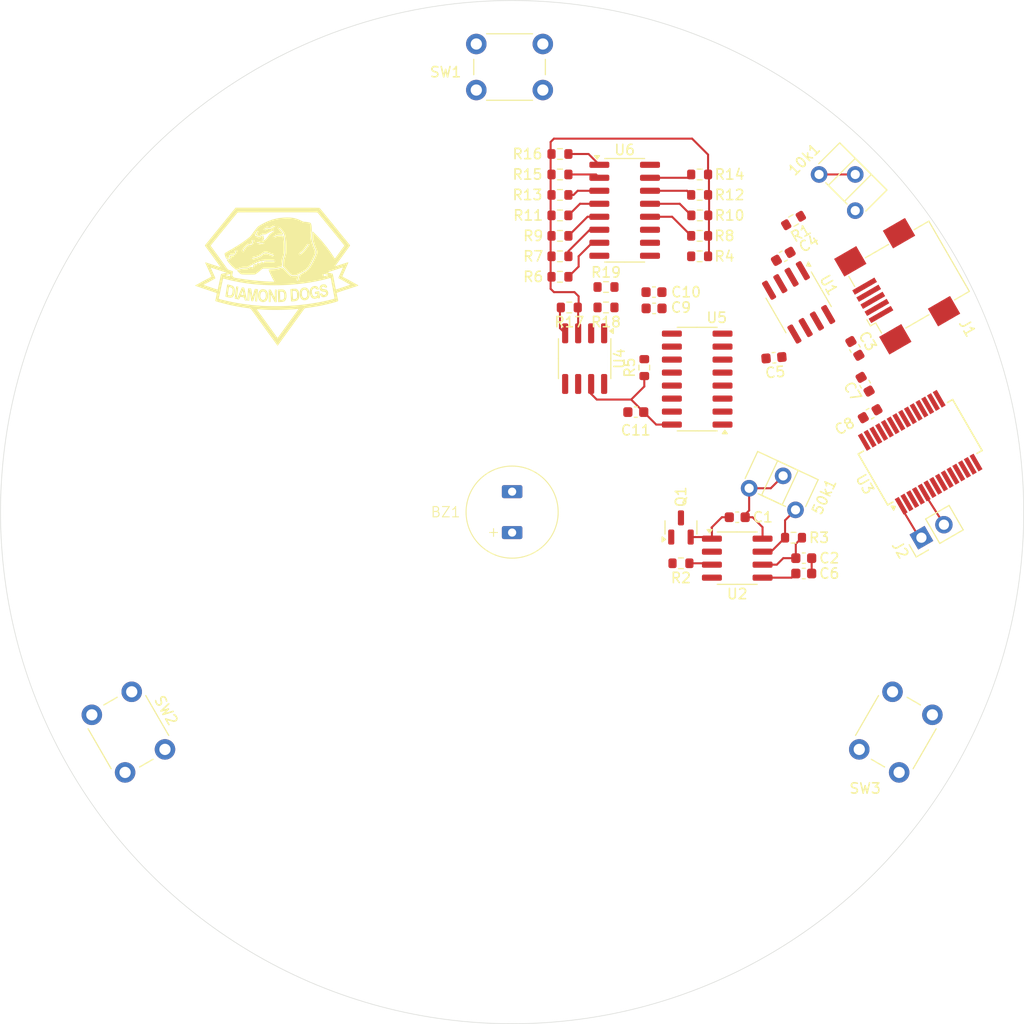
<source format=kicad_pcb>
(kicad_pcb (version 20241229) (generator "pcbnew") (generator_version "9.0")
  (layers (0 "F.Cu" signal) (4 "In1.Cu" signal) (6 "In2.Cu" signal) (2 "B.Cu" mixed) (13 "F.Paste" user) (15 "B.Paste" user) (5 "F.SilkS" user "F.Silkscreen") (7 "B.SilkS" user "B.Silkscreen") (1 "F.Mask" user) (3 "B.Mask" user) (25 "Edge.Cuts" user))
  (net 0 "")
  (net 1 "+5V")
  (net 2 "Net-(U1-DIS)")
  (net 3 "Net-(U2-DIS)")
  (net 4 "Net-(BZ1--)")
  (net 5 "GND")
  (net 6 "Net-(U2-THR)")
  (net 7 "Net-(U1-THR)")
  (net 8 "Net-(U1-CV)")
  (net 9 "Net-(U2-CV)")
  (net 10 "Net-(J1-D+)")
  (net 11 "Net-(J1-D-)")
  (net 12 "Net-(Q1-B)")
  (net 13 "Net-(U2-Q)")
  (net 14 "Net-(U4-+)")
  (net 15 "Net-(U6-Q0)")
  (net 16 "RESET")
  (net 17 "Net-(U6-Q1)")
  (net 18 "Net-(U6-Q2)")
  (net 19 "Net-(U6-Q8)")
  (net 20 "Net-(U6-Q3)")
  (net 21 "Net-(U6-Q7)")
  (net 22 "Net-(U6-Q6)")
  (net 23 "Net-(U6-Q9)")
  (net 24 "Net-(U6-Q4)")
  (net 25 "Net-(U6-Q10)")
  (net 26 "Net-(U6-Q5)")
  (net 27 "Net-(U6-Q11)")
  (net 28 "Net-(U4--)")
  (net 29 "CLOCK")
  (net 30 "Net-(SW1-B)")
  (net 31 "/alarm")
  (net 34 "Net-(J2-Pin_1)")
  (net 38 "Net-(J2-Pin_2)")
  (net 51 "Net-(U5-CLK)")
  (footprint "Capacitor_SMD:C_0603_1608Metric" (layer "F.Cu") (at 157.0875 95.225 180)
    (property "Reference" "C11" (at 0 -1.775 0) (layer "F.SilkS"))
    (property "Value" "100n")
    (pad "1" smd roundrect (at -0.775 0.000006 180) (size 0.9 0.95) (layers "F.Cu" "F.Mask" "F.Paste") (net 1 "+5V"))
    (pad "2" smd roundrect (at 0.775 -0.000006 180) (size 0.9 0.95) (layers "F.Cu" "F.Mask" "F.Paste") (net 5 "GND"))
  )
  (footprint "Resistor_SMD:R_0603_1608Metric" (layer "F.Cu") (at 149.675 70 180)
    (property "Reference" "R16" (at 3.175 0 180) (layer "F.SilkS"))
    (property "Value" "100k")
    (pad "1" smd roundrect (at -0.825 0 180) (size 0.8 0.95) (layers "F.Cu" "F.Mask" "F.Paste") (net 27 "Net-(U6-Q11)"))
    (pad "2" smd roundrect (at 0.825 0 180) (size 0.8 0.95) (layers "F.Cu" "F.Mask" "F.Paste") (net 14 "Net-(U4-+)"))
  )
  (footprint "Resistor_SMD:R_0603_1608Metric" (layer "F.Cu") (at 149.675 82 180)
    (property "Reference" "R6" (at 2.6125 0 180) (layer "F.SilkS"))
    (property "Value" "100k")
    (pad "1" smd roundrect (at -0.825 0 180) (size 0.8 0.95) (layers "F.Cu" "F.Mask" "F.Paste") (net 17 "Net-(U6-Q1)"))
    (pad "2" smd roundrect (at 0.825 0 180) (size 0.8 0.95) (layers "F.Cu" "F.Mask" "F.Paste") (net 14 "Net-(U4-+)"))
  )
  (footprint "Capacitor_SMD:C_0603_1608Metric" (layer "F.Cu") (at 170.590058 89.91344 -175)
    (property "Reference" "C5" (at 0.000002 -1.430004 5) (layer "F.SilkS"))
    (property "Value" "10n")
    (pad "1" smd roundrect (at -0.775005 -0.000005 185) (size 0.9 0.95) (layers "F.Cu" "F.Mask" "F.Paste") (net 8 "Net-(U1-CV)"))
    (pad "2" smd roundrect (at 0.775005 0.000005 185) (size 0.9 0.95) (layers "F.Cu" "F.Mask" "F.Paste") (net 5 "GND"))
  )
  (footprint "Package_SO:SOIC-16_3.9x9.9mm_P1.27mm" (layer "F.Cu") (at 163.0875 92 180)
    (property "Reference" "U5" (at -1.9125 6 0) (layer "F.SilkS"))
    (property "Value" "4040")
    (pad "1" smd roundrect (at -2.475 -4.445 180) (size 1.95 0.6) (layers "F.Cu" "F.Mask" "F.Paste") (net 31 "/alarm"))
    (pad "2" smd roundrect (at -2.475 -3.175 180) (size 1.95 0.6) (layers "F.Cu" "F.Mask" "F.Paste"))
    (pad "3" smd roundrect (at -2.475 -1.905 180) (size 1.95 0.6) (layers "F.Cu" "F.Mask" "F.Paste"))
    (pad "4" smd roundrect (at -2.475 -0.635 180) (size 1.95 0.6) (layers "F.Cu" "F.Mask" "F.Paste"))
    (pad "5" smd roundrect (at -2.475 0.635 180) (size 1.95 0.6) (layers "F.Cu" "F.Mask" "F.Paste"))
    (pad "6" smd roundrect (at -2.475 1.905 180) (size 1.95 0.6) (layers "F.Cu" "F.Mask" "F.Paste"))
    (pad "7" smd roundrect (at -2.475 3.175 180) (size 1.95 0.6) (layers "F.Cu" "F.Mask" "F.Paste"))
    (pad "8" smd roundrect (at -2.475 4.445 180) (size 1.95 0.6) (layers "F.Cu" "F.Mask" "F.Paste") (net 5 "GND"))
    (pad "9" smd roundrect (at 2.475 4.445 180) (size 1.95 0.6) (layers "F.Cu" "F.Mask" "F.Paste"))
    (pad "10" smd roundrect (at 2.475 3.175 180) (size 1.95 0.6) (layers "F.Cu" "F.Mask" "F.Paste") (net 51 "Net-(U5-CLK)"))
    (pad "11" smd roundrect (at 2.475 1.905 180) (size 1.95 0.6) (layers "F.Cu" "F.Mask" "F.Paste") (net 16 "RESET"))
    (pad "12" smd roundrect (at 2.475 0.635 180) (size 1.95 0.6) (layers "F.Cu" "F.Mask" "F.Paste"))
    (pad "13" smd roundrect (at 2.475 -0.635 180) (size 1.95 0.6) (layers "F.Cu" "F.Mask" "F.Paste"))
    (pad "14" smd roundrect (at 2.475 -1.905 180) (size 1.95 0.6) (layers "F.Cu" "F.Mask" "F.Paste"))
    (pad "15" smd roundrect (at 2.475 -3.175 180) (size 1.95 0.6) (layers "F.Cu" "F.Mask" "F.Paste"))
    (pad "16" smd roundrect (at 2.475 -4.445 180) (size 1.95 0.6) (layers "F.Cu" "F.Mask" "F.Paste") (net 1 "+5V"))
  )
  (footprint "Capacitor_SMD:C_0603_1608Metric" (layer "F.Cu") (at 158.8625 83.5 180)
    (property "Reference" "C10" (at -3.1375 0 180) (layer "F.SilkS"))
    (property "Value" "100n")
    (pad "1" smd roundrect (at -0.775 0 180) (size 0.9 0.95) (layers "F.Cu" "F.Mask" "F.Paste") (net 1 "+5V"))
    (pad "2" smd roundrect (at 0.775 0 180) (size 0.9 0.95) (layers "F.Cu" "F.Mask" "F.Paste") (net 5 "GND"))
  )
  (footprint "Resistor_SMD:R_0603_1608Metric" (layer "F.Cu") (at 163.325 74)
    (property "Reference" "R12" (at 2.926356 0 0) (layer "F.SilkS"))
    (property "Value" "100k")
    (pad "1" smd roundrect (at -0.825 0) (size 0.8 0.95) (layers "F.Cu" "F.Mask" "F.Paste") (net 23 "Net-(U6-Q9)"))
    (pad "2" smd roundrect (at 0.825 0) (size 0.8 0.95) (layers "F.Cu" "F.Mask" "F.Paste") (net 14 "Net-(U4-+)"))
  )
  (footprint "Button_Switch_THT:SW_PUSH_6mm_H9.5mm" (layer "F.Cu") (at 178.926443 128.189583 60)
    (property "Reference" "SW3" (at -3.013139 2.401923 0) (layer "F.SilkS"))
    (property "Value" "SW_SPST")
    (pad "1" thru_hole circle (at 0 0 150) (size 2 2) (drill 1.1) (layers "*.Cu" "*.Mask") (net 1 "+5V"))
    (pad "1" thru_hole circle (at 6.5 0 150) (size 2 2) (drill 1.1) (layers "*.Cu" "*.Mask") (net 1 "+5V"))
    (pad "2" thru_hole circle (at 0 4.5 150) (size 2 2) (drill 1.1) (layers "*.Cu" "*.Mask") (net 30 "Net-(SW1-B)"))
    (pad "2" thru_hole circle (at 6.5 4.5 150) (size 2 2) (drill 1.1) (layers "*.Cu" "*.Mask") (net 30 "Net-(SW1-B)"))
  )
  (footprint "Package_SO:SSOP-28_5.3x10.2mm_P0.65mm" (layer "F.Cu") (at 184.879527 99.149277 120)
    (property "Reference" "U3" (at 0 -6.25 120) (layer "F.SilkS"))
    (property "Value" "FT232RL")
    (pad "1" smd rect (at -3.599999 -4.225 120) (size 1.75 0.45) (layers "F.Cu" "F.Mask" "F.Paste") (net 34 "Net-(J2-Pin_1)"))
    (pad "2" smd rect (at -3.6 -3.575 120) (size 1.75 0.45) (layers "F.Cu" "F.Mask" "F.Paste"))
    (pad "3" smd rect (at -3.599999 -2.925 120) (size 1.75 0.45) (layers "F.Cu" "F.Mask" "F.Paste"))
    (pad "4" smd rect (at -3.6 -2.275 120) (size 1.75 0.45) (layers "F.Cu" "F.Mask" "F.Paste") (net 1 "+5V"))
    (pad "5" smd rect (at -3.599999 -1.625 120) (size 1.75 0.45) (layers "F.Cu" "F.Mask" "F.Paste") (net 38 "Net-(J2-Pin_2)"))
    (pad "6" smd rect (at -3.599999 -0.975 120) (size 1.75 0.45) (layers "F.Cu" "F.Mask" "F.Paste"))
    (pad "7" smd rect (at -3.599999 -0.325 120) (size 1.75 0.45) (layers "F.Cu" "F.Mask" "F.Paste") (net 5 "GND"))
    (pad "8" smd rect (at -3.599999 0.325 120) (size 1.75 0.45) (layers "F.Cu" "F.Mask" "F.Paste"))
    (pad "9" smd rect (at -3.599999 0.975 120) (size 1.75 0.45) (layers "F.Cu" "F.Mask" "F.Paste"))
    (pad "10" smd rect (at -3.599999 1.625 120) (size 1.75 0.45) (layers "F.Cu" "F.Mask" "F.Paste"))
    (pad "11" smd rect (at -3.6 2.275 120) (size 1.75 0.45) (layers "F.Cu" "F.Mask" "F.Paste"))
    (pad "12" smd rect (at -3.599999 2.925 120) (size 1.75 0.45) (layers "F.Cu" "F.Mask" "F.Paste"))
    (pad "13" smd rect (at -3.6 3.575 120) (size 1.75 0.45) (layers "F.Cu" "F.Mask" "F.Paste"))
    (pad "14" smd rect (at -3.6 4.224999 120) (size 1.75 0.45) (layers "F.Cu" "F.Mask" "F.Paste"))
    (pad "15" smd rect (at 3.599999 4.225 120) (size 1.75 0.45) (layers "F.Cu" "F.Mask" "F.Paste") (net 10 "Net-(J1-D+)"))
    (pad "16" smd rect (at 3.6 3.575 120) (size 1.75 0.45) (layers "F.Cu" "F.Mask" "F.Paste") (net 11 "Net-(J1-D-)"))
    (pad "17" smd rect (at 3.599999 2.925 120) (size 1.75 0.45) (layers "F.Cu" "F.Mask" "F.Paste"))
    (pad "18" smd rect (at 3.6 2.275 120) (size 1.75 0.45) (layers "F.Cu" "F.Mask" "F.Paste") (net 5 "GND"))
    (pad "19" smd rect (at 3.599999 1.625 120) (size 1.75 0.45) (layers "F.Cu" "F.Mask" "F.Paste"))
    (pad "20" smd rect (at 3.599999 0.975 120) (size 1.75 0.45) (layers "F.Cu" "F.Mask" "F.Paste") (net 1 "+5V"))
    (pad "21" smd rect (at 3.599999 0.325 120) (size 1.75 0.45) (layers "F.Cu" "F.Mask" "F.Paste") (net 5 "GND"))
    (pad "22" smd rect (at 3.599999 -0.325 120) (size 1.75 0.45) (layers "F.Cu" "F.Mask" "F.Paste"))
    (pad "23" smd rect (at 3.599999 -0.975 120) (size 1.75 0.45) (layers "F.Cu" "F.Mask" "F.Paste"))
    (pad "24" smd rect (at 3.599999 -1.625 120) (size 1.75 0.45) (layers "F.Cu" "F.Mask" "F.Paste"))
    (pad "25" smd rect (at 3.6 -2.275 120) (size 1.75 0.45) (layers "F.Cu" "F.Mask" "F.Paste") (net 5 "GND"))
    (pad "26" smd rect (at 3.599999 -2.925 120) (size 1.75 0.45) (layers "F.Cu" "F.Mask" "F.Paste") (net 5 "GND"))
    (pad "27" smd rect (at 3.6 -3.575 120) (size 1.75 0.45) (layers "F.Cu" "F.Mask" "F.Paste"))
    (pad "28" smd rect (at 3.6 -4.224999 120) (size 1.75 0.45) (layers "F.Cu" "F.Mask" "F.Paste"))
  )
  (footprint "Resistor_SMD:R_0603_1608Metric" (layer "F.Cu") (at 150.5875 85 180)
    (property "Reference" "R17" (at 0 -1.43 180) (layer "F.SilkS"))
    (property "Value" "100k")
    (pad "1" smd roundrect (at -0.825 0 180) (size 0.8 0.95) (layers "F.Cu" "F.Mask" "F.Paste") (net 14 "Net-(U4-+)"))
    (pad "2" smd roundrect (at 0.825 0 180) (size 0.8 0.95) (layers "F.Cu" "F.Mask" "F.Paste") (net 5 "GND"))
  )
  (footprint "Resistor_SMD:R_0603_1608Metric" (layer "F.Cu") (at 149.675 80 180)
    (property "Reference" "R7" (at 2.6125 0 180) (layer "F.SilkS"))
    (property "Value" "100k")
    (pad "1" smd roundrect (at -0.825 0 180) (size 0.8 0.95) (layers "F.Cu" "F.Mask" "F.Paste") (net 18 "Net-(U6-Q2)"))
    (pad "2" smd roundrect (at 0.825 0 180) (size 0.8 0.95) (layers "F.Cu" "F.Mask" "F.Paste") (net 14 "Net-(U4-+)"))
  )
  (footprint "Potentiometer_THT:Potentiometer_ACP_CA6-H2,5_Horizontal" (layer "F.Cu") (at 168.163695 102.666971 65)
    (property "Reference" "50k1" (at 2.345476 7.001004 65) (layer "F.SilkS"))
    (property "Value" "RV1")
    (pad "1" thru_hole circle (at 0 0 65) (size 1.62 1.62) (drill 0.9) (layers "*.Cu" "*.Mask") (net 1 "+5V"))
    (pad "2" thru_hole circle (at 2.499997 2.499998 65) (size 1.62 1.62) (drill 0.9) (layers "*.Cu" "*.Mask") (net 1 "+5V"))
    (pad "3" thru_hole circle (at 0 5 65) (size 1.62 1.62) (drill 0.9) (layers "*.Cu" "*.Mask") (net 3 "Net-(U2-DIS)"))
  )
  (footprint "Capacitor_SMD:C_0603_1608Metric" (layer "F.Cu") (at 167 105.5 180)
    (property "Reference" "C1" (at -2.5 0 0) (layer "F.SilkS"))
    (property "Value" "100n")
    (pad "1" smd roundrect (at -0.775 0 180) (size 0.9 0.95) (layers "F.Cu" "F.Mask" "F.Paste") (net 1 "+5V"))
    (pad "2" smd roundrect (at 0.775 0 180) (size 0.9 0.95) (layers "F.Cu" "F.Mask" "F.Paste") (net 5 "GND"))
  )
  (footprint "Resistor_SMD:R_0603_1608Metric" (layer "F.Cu") (at 172.5 76.5 -150)
    (property "Reference" "R1" (at 0.000001 -1.430002 30) (layer "F.SilkS"))
    (property "Value" "1k")
    (pad "1" smd roundrect (at -0.825001 0 210) (size 0.8 0.95) (layers "F.Cu" "F.Mask" "F.Paste") (net 2 "Net-(U1-DIS)"))
    (pad "2" smd roundrect (at 0.825001 0 210) (size 0.8 0.95) (layers "F.Cu" "F.Mask" "F.Paste") (net 7 "Net-(U1-THR)"))
  )
  (footprint "Potentiometer_THT:Potentiometer_ACP_CA6-H2,5_Horizontal" (layer "F.Cu") (at 175 72 45)
    (property "Reference" "10k1" (at 0 -2.06 45) (layer "F.SilkS"))
    (property "Value" "RV2")
    (pad "1" thru_hole circle (at 0 0 45) (size 1.62 1.62) (drill 0.9) (layers "*.Cu" "*.Mask") (net 1 "+5V"))
    (pad "2" thru_hole circle (at 2.5 2.5 45) (size 1.62 1.62) (drill 0.9) (layers "*.Cu" "*.Mask") (net 1 "+5V"))
    (pad "3" thru_hole circle (at 0 5 45) (size 1.62 1.62) (drill 0.9) (layers "*.Cu" "*.Mask") (net 2 "Net-(U1-DIS)"))
  )
  (footprint "Capacitor_SMD:C_0603_1608Metric" (layer "F.Cu") (at 173.5 111)
    (property "Reference" "C6" (at 2.5 0 0) (layer "F.SilkS"))
    (property "Value" "10n")
    (pad "1" smd roundrect (at -0.775 0) (size 0.9 0.95) (layers "F.Cu" "F.Mask" "F.Paste") (net 9 "Net-(U2-CV)"))
    (pad "2" smd roundrect (at 0.775 0) (size 0.9 0.95) (layers "F.Cu" "F.Mask" "F.Paste") (net 5 "GND"))
  )
  (footprint "Resistor_SMD:R_0603_1608Metric" (layer "F.Cu") (at 163.325 78)
    (property "Reference" "R8" (at 2.426356 0 0) (layer "F.SilkS"))
    (property "Value" "100k")
    (pad "1" smd roundrect (at -0.825 0) (size 0.8 0.95) (layers "F.Cu" "F.Mask" "F.Paste") (net 19 "Net-(U6-Q8)"))
    (pad "2" smd roundrect (at 0.825 0) (size 0.8 0.95) (layers "F.Cu" "F.Mask" "F.Paste") (net 14 "Net-(U4-+)"))
  )
  (footprint "Resistor_SMD:R_0603_1608Metric" (layer "F.Cu") (at 149.675 72 180)
    (property "Reference" "R15" (at 3.175 0 180) (layer "F.SilkS"))
    (property "Value" "100k")
    (pad "1" smd roundrect (at -0.825 0 180) (size 0.8 0.95) (layers "F.Cu" "F.Mask" "F.Paste") (net 26 "Net-(U6-Q5)"))
    (pad "2" smd roundrect (at 0.825 0 180) (size 0.8 0.95) (layers "F.Cu" "F.Mask" "F.Paste") (net 14 "Net-(U4-+)"))
  )
  (footprint "Resistor_SMD:R_0603_1608Metric" (layer "F.Cu") (at 149.675 76 180)
    (property "Reference" "R11" (at 3.1125 0 180) (layer "F.SilkS"))
    (property "Value" "100k")
    (pad "1" smd roundrect (at -0.825 0 180) (size 0.8 0.95) (layers "F.Cu" "F.Mask" "F.Paste") (net 22 "Net-(U6-Q6)"))
    (pad "2" smd roundrect (at 0.825 0 180) (size 0.8 0.95) (layers "F.Cu" "F.Mask" "F.Paste") (net 14 "Net-(U4-+)"))
  )
  (footprint "Package_TO_SOT_SMD:SOT-23" (layer "F.Cu") (at 161.5 106.5 90)
    (property "Reference" "Q1" (at 3 0 90) (layer "F.SilkS"))
    (property "Value" "MMBT3904")
    (pad "1" smd roundrect (at -0.9375 -0.95 90) (size 1.475 0.6) (layers "F.Cu" "F.Mask" "F.Paste") (net 12 "Net-(Q1-B)"))
    (pad "2" smd roundrect (at -0.9375 0.95 90) (size 1.475 0.6) (layers "F.Cu" "F.Mask" "F.Paste") (net 5 "GND"))
    (pad "3" smd roundrect (at 0.9375 0 90) (size 1.475 0.6) (layers "F.Cu" "F.Mask" "F.Paste") (net 4 "Net-(BZ1--)"))
  )
  (footprint "Capacitor_SMD:C_0603_1608Metric" (layer "F.Cu") (at 179.5 92.5 120)
    (property "Reference" "C7" (at 0 -1.43 120) (layer "F.SilkS"))
    (property "Value" "100n")
    (pad "1" smd roundrect (at -0.775 0 120) (size 0.9 0.95) (layers "F.Cu" "F.Mask" "F.Paste") (net 1 "+5V"))
    (pad "2" smd roundrect (at 0.775 0 120) (size 0.9 0.95) (layers "F.Cu" "F.Mask" "F.Paste") (net 5 "GND"))
  )
  (footprint "Button_Switch_THT:SW_PUSH_6mm_H9.5mm" (layer "F.Cu") (at 107.823557 122.560418 -60)
    (property "Reference" "SW2" (at 3.25 -2 120) (layer "F.SilkS"))
    (property "Value" "SW_SPST")
    (pad "1" thru_hole circle (at 0 0 30) (size 2 2) (drill 1.1) (layers "*.Cu" "*.Mask") (net 16 "RESET"))
    (pad "1" thru_hole circle (at 6.5 0 30) (size 2 2) (drill 1.1) (layers "*.Cu" "*.Mask") (net 16 "RESET"))
    (pad "2" thru_hole circle (at 0 4.5 30) (size 2 2) (drill 1.1) (layers "*.Cu" "*.Mask") (net 5 "GND"))
    (pad "2" thru_hole circle (at 6.5 4.5 30) (size 2 2) (drill 1.1) (layers "*.Cu" "*.Mask") (net 5 "GND"))
  )
  (footprint "Package_SO:SOIC-8_3.9x4.9mm_P1.27mm" (layer "F.Cu") (at 167 109.5)
    (property "Reference" "U2" (at 0 3.5 0) (layer "F.SilkS"))
    (property "Value" "NE555D")
    (pad "1" smd roundrect (at -2.475 -1.905) (size 1.95 0.6) (layers "F.Cu" "F.Mask" "F.Paste") (net 5 "GND"))
    (pad "2" smd roundrect (at -2.475 -0.635) (size 1.95 0.6) (layers "F.Cu" "F.Mask" "F.Paste") (net 6 "Net-(U2-THR)"))
    (pad "3" smd roundrect (at -2.475 0.635) (size 1.95 0.6) (layers "F.Cu" "F.Mask" "F.Paste") (net 13 "Net-(U2-Q)"))
    (pad "4" smd roundrect (at -2.475 1.905) (size 1.95 0.6) (layers "F.Cu" "F.Mask" "F.Paste") (net 31 "/alarm"))
    (pad "5" smd roundrect (at 2.475 1.905) (size 1.95 0.6) (layers "F.Cu" "F.Mask" "F.Paste") (net 9 "Net-(U2-CV)"))
    (pad "6" smd roundrect (at 2.475 0.635) (size 1.95 0.6) (layers "F.Cu" "F.Mask" "F.Paste") (net 6 "Net-(U2-THR)"))
    (pad "7" smd roundrect (at 2.475 -0.635) (size 1.95 0.6) (layers "F.Cu" "F.Mask" "F.Paste") (net 3 "Net-(U2-DIS)"))
    (pad "8" smd roundrect (at 2.475 -1.905) (size 1.95 0.6) (layers "F.Cu" "F.Mask" "F.Paste") (net 1 "+5V"))
  )
  (footprint "Connector_USB:USB_Mini-B_Wuerth_65100516121_Horizontal" (layer "F.Cu") (at 182.5 83 120)
    (property "Reference" "J1" (at -6.964102 4.062178 120) (layer "F.SilkS"))
    (property "Value" "USB_B")
    (pad "" np_thru_hole circle (at -2.2 0 120) (size 0.9 0.9) (drill 0.9) (layers "*.Cu" "*.Mask"))
    (pad "" np_thru_hole circle (at 2.2 0 120) (size 0.9 0.9) (drill 0.9) (layers "*.Cu" "*.Mask"))
    (pad "1" smd rect (at -1.6 -2.6 120) (size 0.5 2.5) (layers "F.Cu" "F.Mask" "F.Paste") (net 1 "+5V"))
    (pad "2" smd rect (at -0.8 -2.6 120) (size 0.5 2.5) (layers "F.Cu" "F.Mask" "F.Paste") (net 11 "Net-(J1-D-)"))
    (pad "3" smd rect (at 0 -2.6 120) (size 0.5 2.5) (layers "F.Cu" "F.Mask" "F.Paste") (net 10 "Net-(J1-D+)"))
    (pad "4" smd rect (at 0.8 -2.6 120) (size 0.5 2.5) (layers "F.Cu" "F.Mask" "F.Paste") (net 5 "GND"))
    (pad "5" smd rect (at 1.6 -2.6 120) (size 0.5 2.5) (layers "F.Cu" "F.Mask" "F.Paste") (net 5 "GND"))
    (pad "6" smd rect (at -4.4 -2.6 120) (size 2 2.5) (layers "F.Cu" "F.Mask" "F.Paste"))
    (pad "6" smd rect (at -4.4 2.9 120) (size 2 2.5) (layers "F.Cu" "F.Mask" "F.Paste"))
    (pad "6" smd rect (at 4.4 -2.6 120) (size 2 2.5) (layers "F.Cu" "F.Mask" "F.Paste"))
    (pad "6" smd rect (at 4.4 2.9 120) (size 2 2.5) (layers "F.Cu" "F.Mask" "F.Paste"))
  )
  (footprint "Resistor_SMD:R_0603_1608Metric" (layer "F.Cu") (at 157.917213 90.875961 90)
    (property "Reference" "R5" (at 0.000002 -1.430001 90) (layer "F.SilkS"))
    (property "Value" "100K")
    (pad "1" smd roundrect (at -0.825001 0 90) (size 0.8 0.95) (layers "F.Cu" "F.Mask" "F.Paste") (net 1 "+5V"))
    (pad "2" smd roundrect (at 0.825001 0 90) (size 0.8 0.95) (layers "F.Cu" "F.Mask" "F.Paste") (net 16 "RESET"))
  )
  (footprint "Resistor_SMD:R_0603_1608Metric" (layer "F.Cu") (at 163.338856 76)
    (property "Reference" "R10" (at 2.9125 0 0) (layer "F.SilkS"))
    (property "Value" "100k")
    (pad "1" smd roundrect (at -0.825 0) (size 0.8 0.95) (layers "F.Cu" "F.Mask" "F.Paste") (net 21 "Net-(U6-Q7)"))
    (pad "2" smd roundrect (at 0.825 0) (size 0.8 0.95) (layers "F.Cu" "F.Mask" "F.Paste") (net 14 "Net-(U4-+)"))
  )
  (footprint "Resistor_SMD:R_0603_1608Metric" (layer "F.Cu") (at 154.17375 84.994531 180)
    (property "Reference" "R18" (at 0 -1.43 180) (layer "F.SilkS"))
    (property "Value" "1k")
    (pad "1" smd roundrect (at -0.825 0 180) (size 0.8 0.95) (layers "F.Cu" "F.Mask" "F.Paste") (net 1 "+5V"))
    (pad "2" smd roundrect (at 0.825 0 180) (size 0.8 0.95) (layers "F.Cu" "F.Mask" "F.Paste") (net 28 "Net-(U4--)"))
  )
  (footprint "Resistor_SMD:R_0603_1608Metric" (layer "F.Cu") (at 149.675 78 180)
    (property "Reference" "R9" (at 2.6125 0 180) (layer "F.SilkS"))
    (property "Value" "100k")
    (pad "1" smd roundrect (at -0.825 0 180) (size 0.8 0.95) (layers "F.Cu" "F.Mask" "F.Paste") (net 20 "Net-(U6-Q3)"))
    (pad "2" smd roundrect (at 0.825 0 180) (size 0.8 0.95) (layers "F.Cu" "F.Mask" "F.Paste") (net 14 "Net-(U4-+)"))
  )
  (footprint "Package_SO:SOIC-8_3.9x4.9mm_P1.27mm" (layer "F.Cu") (at 173 84.5 -60)
    (property "Reference" "U1" (at 0 -3.4 120) (layer "F.SilkS"))
    (property "Value" "NE555D")
    (pad "1" smd roundrect (at -2.475 -1.905 300) (size 1.95 0.6) (layers "F.Cu" "F.Mask" "F.Paste") (net 5 "GND"))
    (pad "2" smd roundrect (at -2.475 -0.635 300) (size 1.95 0.6) (layers "F.Cu" "F.Mask" "F.Paste") (net 7 "Net-(U1-THR)"))
    (pad "3" smd roundrect (at -2.475 0.635 300) (size 1.95 0.6) (layers "F.Cu" "F.Mask" "F.Paste") (net 29 "CLOCK"))
    (pad "4" smd roundrect (at -2.475 1.905 300) (size 1.95 0.6) (layers "F.Cu" "F.Mask" "F.Paste") (net 30 "Net-(SW1-B)"))
    (pad "5" smd roundrect (at 2.475 1.905 300) (size 1.95 0.6) (layers "F.Cu" "F.Mask" "F.Paste") (net 8 "Net-(U1-CV)"))
    (pad "6" smd roundrect (at 2.475 0.635 300) (size 1.95 0.6) (layers "F.Cu" "F.Mask" "F.Paste") (net 7 "Net-(U1-THR)"))
    (pad "7" smd roundrect (at 2.475 -0.635 300) (size 1.95 0.6) (layers "F.Cu" "F.Mask" "F.Paste") (net 2 "Net-(U1-DIS)"))
    (pad "8" smd roundrect (at 2.475 -1.905 300) (size 1.95 0.6) (layers "F.Cu" "F.Mask" "F.Paste") (net 1 "+5V"))
  )
  (footprint "Resistor_SMD:R_0603_1608Metric" (layer "F.Cu") (at 172.5 107.5)
    (property "Reference" "R3" (at 2.5 0 0) (layer "F.SilkS"))
    (property "Value" "1k")
    (pad "1" smd roundrect (at -0.825 0) (size 0.8 0.95) (layers "F.Cu" "F.Mask" "F.Paste") (net 3 "Net-(U2-DIS)"))
    (pad "2" smd roundrect (at 0.825 0) (size 0.8 0.95) (layers "F.Cu" "F.Mask" "F.Paste") (net 6 "Net-(U2-THR)"))
  )
  (footprint "Button_Switch_THT:SW_PUSH_6mm_H9.5mm" (layer "F.Cu") (at 148 63.75 180)
    (property "Reference" "SW1" (at 9.5 1.75 0) (layer "F.SilkS"))
    (property "Value" "SW_SPST")
    (pad "1" thru_hole circle (at 0 0 270) (size 2 2) (drill 1.1) (layers "*.Cu" "*.Mask") (net 1 "+5V"))
    (pad "1" thru_hole circle (at 6.5 0 270) (size 2 2) (drill 1.1) (layers "*.Cu" "*.Mask") (net 1 "+5V"))
    (pad "2" thru_hole circle (at 0 4.5 270) (size 2 2) (drill 1.1) (layers "*.Cu" "*.Mask") (net 30 "Net-(SW1-B)"))
    (pad "2" thru_hole circle (at 6.5 4.5 270) (size 2 2) (drill 1.1) (layers "*.Cu" "*.Mask") (net 30 "Net-(SW1-B)"))
  )
  (footprint "Capacitor_SMD:C_0603_1608Metric" (layer "F.Cu") (at 179.989022 95.381205 -150)
    (property "Reference" "C8" (at 2.774765 0.17201 30) (layer "F.SilkS"))
    (property "Value" "100n")
    (pad "1" smd roundrect (at -0.775009 -0.000002 210) (size 0.9 0.95) (layers "F.Cu" "F.Mask" "F.Paste") (net 1 "+5V"))
    (pad "2" smd roundrect (at 0.775009 0.000002 210) (size 0.9 0.95) (layers "F.Cu" "F.Mask" "F.Paste") (net 5 "GND"))
  )
  (footprint "Package_SO:SOIC-16_3.9x9.9mm_P1.27mm" (layer "F.Cu") (at 156 75.5)
    (property "Reference" "U6" (at 0 -5.9 0) (layer "F.SilkS"))
    (property "Value" "4040")
    (pad "1" smd roundrect (at -2.475 -4.445) (size 1.95 0.6) (layers "F.Cu" "F.Mask" "F.Paste") (net 27 "Net-(U6-Q11)"))
    (pad "2" smd roundrect (at -2.475 -3.175) (size 1.95 0.6) (layers "F.Cu" "F.Mask" "F.Paste") (net 26 "Net-(U6-Q5)"))
    (pad "3" smd roundrect (at -2.475 -1.905) (size 1.95 0.6) (layers "F.Cu" "F.Mask" "F.Paste") (net 24 "Net-(U6-Q4)"))
    (pad "4" smd roundrect (at -2.475 -0.635) (size 1.95 0.6) (layers "F.Cu" "F.Mask" "F.Paste") (net 22 "Net-(U6-Q6)"))
    (pad "5" smd roundrect (at -2.475 0.635) (size 1.95 0.6) (layers "F.Cu" "F.Mask" "F.Paste") (net 20 "Net-(U6-Q3)"))
    (pad "6" smd roundrect (at -2.475 1.905) (size 1.95 0.6) (layers "F.Cu" "F.Mask" "F.Paste") (net 18 "Net-(U6-Q2)"))
    (pad "7" smd roundrect (at -2.475 3.175) (size 1.95 0.6) (layers "F.Cu" "F.Mask" "F.Paste") (net 17 "Net-(U6-Q1)"))
    (pad "8" smd roundrect (at -2.475 4.445) (size 1.95 0.6) (layers "F.Cu" "F.Mask" "F.Paste") (net 5 "GND"))
    (pad "9" smd roundrect (at 2.475 4.445) (size 1.95 0.6) (layers "F.Cu" "F.Mask" "F.Paste") (net 15 "Net-(U6-Q0)"))
    (pad "10" smd roundrect (at 2.475 3.175) (size 1.95 0.6) (layers "F.Cu" "F.Mask" "F.Paste") (net 29 "CLOCK"))
    (pad "11" smd roundrect (at 2.475 1.905) (size 1.95 0.6) (layers "F.Cu" "F.Mask" "F.Paste") (net 16 "RESET"))
    (pad "12" smd roundrect (at 2.475 0.635) (size 1.95 0.6) (layers "F.Cu" "F.Mask" "F.Paste") (net 19 "Net-(U6-Q8)"))
    (pad "13" smd roundrect (at 2.475 -0.635) (size 1.95 0.6) (layers "F.Cu" "F.Mask" "F.Paste") (net 21 "Net-(U6-Q7)"))
    (pad "14" smd roundrect (at 2.475 -1.905) (size 1.95 0.6) (layers "F.Cu" "F.Mask" "F.Paste") (net 23 "Net-(U6-Q9)"))
    (pad "15" smd roundrect (at 2.475 -3.175) (size 1.95 0.6) (layers "F.Cu" "F.Mask" "F.Paste") (net 25 "Net-(U6-Q10)"))
    (pad "16" smd roundrect (at 2.475 -4.445) (size 1.95 0.6) (layers "F.Cu" "F.Mask" "F.Paste") (net 1 "+5V"))
  )
  (footprint "pretty:diamondogs" (layer "F.Cu") (at 122 82)
    (property "Reference" "G***" (hide yes))
    (property "Value" "LOGO" (hide yes))
  )
  (footprint "Resistor_SMD:R_0603_1608Metric" (layer "F.Cu") (at 163.325 80)
    (property "Reference" "R4" (at 2.426356 0 0) (layer "F.SilkS"))
    (property "Value" "100k")
    (pad "1" smd roundrect (at -0.825 0) (size 0.8 0.95) (layers "F.Cu" "F.Mask" "F.Paste") (net 15 "Net-(U6-Q0)"))
    (pad "2" smd roundrect (at 0.825 0) (size 0.8 0.95) (layers "F.Cu" "F.Mask" "F.Paste") (net 14 "Net-(U4-+)"))
  )
  (footprint "Package_SO:SOIC-8_3.9x4.9mm_P1.27mm" (layer "F.Cu") (at 152.0875 90 -90)
    (property "Reference" "U4" (at 0 -3.4 90) (layer "F.SilkS"))
    (property "Value" "LM741")
    (pad "1" smd roundrect (at -2.475 -1.905 270) (size 1.95 0.6) (layers "F.Cu" "F.Mask" "F.Paste"))
    (pad "2" smd roundrect (at -2.475 -0.635 270) (size 1.95 0.6) (layers "F.Cu" "F.Mask" "F.Paste") (net 28 "Net-(U4--)"))
    (pad "3" smd roundrect (at -2.475 0.635 270) (size 1.95 0.6) (layers "F.Cu" "F.Mask" "F.Paste") (net 14 "Net-(U4-+)"))
    (pad "4" smd roundrect (at -2.475 1.905 270) (size 1.95 0.6) (layers "F.Cu" "F.Mask" "F.Paste") (net 5 "GND"))
    (pad "5" smd roundrect (at 2.475 1.905 270) (size 1.95 0.6) (layers "F.Cu" "F.Mask" "F.Paste"))
    (pad "6" smd roundrect (at 2.475 0.635 270) (size 1.95 0.6) (layers "F.Cu" "F.Mask" "F.Paste") (net 51 "Net-(U5-CLK)"))
    (pad "7" smd roundrect (at 2.475 -0.635 270) (size 1.95 0.6) (layers "F.Cu" "F.Mask" "F.Paste") (net 1 "+5V"))
    (pad "8" smd roundrect (at 2.475 -1.905 270) (size 1.95 0.6) (layers "F.Cu" "F.Mask" "F.Paste"))
  )
  (footprint "Capacitor_SMD:C_0603_1608Metric" (layer "F.Cu") (at 171.5 80 30)
    (property "Reference" "C4" (at 2.784274 0.177497 30) (layer "F.SilkS"))
    (property "Value" "10n")
    (pad "1" smd roundrect (at -0.775006 -0.000004 30) (size 0.9 0.95) (layers "F.Cu" "F.Mask" "F.Paste") (net 7 "Net-(U1-THR)"))
    (pad "2" smd roundrect (at 0.775006 0.000004 30) (size 0.9 0.95) (layers "F.Cu" "F.Mask" "F.Paste") (net 5 "GND"))
  )
  (footprint "Resistor_SMD:R_0603_1608Metric" (layer "F.Cu") (at 163.325 72)
    (property "Reference" "R14" (at 2.926356 0 0) (layer "F.SilkS"))
    (property "Value" "100k")
    (pad "1" smd roundrect (at -0.825 0) (size 0.8 0.95) (layers "F.Cu" "F.Mask" "F.Paste") (net 25 "Net-(U6-Q10)"))
    (pad "2" smd roundrect (at 0.825 0) (size 0.8 0.95) (layers "F.Cu" "F.Mask" "F.Paste") (net 14 "Net-(U4-+)"))
  )
  (footprint "Capacitor_SMD:C_0603_1608Metric" (layer "F.Cu") (at 173.5 109.5)
    (property "Reference" "C2" (at 2.5 0 0) (layer "F.SilkS"))
    (property "Value" "10n")
    (pad "1" smd roundrect (at -0.775 0) (size 0.9 0.95) (layers "F.Cu" "F.Mask" "F.Paste") (net 6 "Net-(U2-THR)"))
    (pad "2" smd roundrect (at 0.775 0) (size 0.9 0.95) (layers "F.Cu" "F.Mask" "F.Paste") (net 5 "GND"))
  )
  (footprint "Connector_PinHeader_2.54mm:PinHeader_1x02_P2.54mm_Vertical" (layer "F.Cu") (at 185 107.5 120)
    (property "Reference" "J2" (at -0.000004 -2.380007 120) (layer "F.SilkS"))
    (property "Value" "UART")
    (pad "1" thru_hole rect (at 0 0 120) (size 1.7 1.7) (drill 1) (layers "*.Cu" "*.Mask") (net 34 "Net-(J2-Pin_1)"))
    (pad "2" thru_hole circle (at -0.000001 2.539999 120) (size 1.7 1.7) (drill 1) (layers "*.Cu" "*.Mask") (net 38 "Net-(J2-Pin_2)"))
  )
  (footprint "Capacitor_SMD:C_0603_1608Metric" (layer "F.Cu") (at 158.872114 85.090198 180)
    (property "Reference" "C9" (at -2.627886 0.090198 0) (layer "F.SilkS"))
    (property "Value" "100n")
    (pad "1" smd roundrect (at -0.775 0.000001 180) (size 0.9 0.95) (layers "F.Cu" "F.Mask" "F.Paste") (net 1 "+5V"))
    (pad "2" smd roundrect (at 0.775 -0.000001 180) (size 0.9 0.95) (layers "F.Cu" "F.Mask" "F.Paste") (net 5 "GND"))
  )
  (footprint "Resistor_SMD:R_0603_1608Metric" (layer "F.Cu") (at 149.675 74 180)
    (property "Reference" "R13" (at 3.175 0 180) (layer "F.SilkS"))
    (property "Value" "100k")
    (pad "1" smd roundrect (at -0.825 0 180) (size 0.8 0.95) (layers "F.Cu" "F.Mask" "F.Paste") (net 24 "Net-(U6-Q4)"))
    (pad "2" smd roundrect (at 0.825 0 180) (size 0.8 0.95) (layers "F.Cu" "F.Mask" "F.Paste") (net 14 "Net-(U4-+)"))
  )
  (footprint "Capacitor_SMD:C_0603_1608Metric" (layer "F.Cu") (at 178.5 89 -60)
    (property "Reference" "C3" (at 0 -1.43 300) (layer "F.SilkS"))
    (property "Value" "100n")
    (pad "1" smd roundrect (at -0.775 0 300) (size 0.9 0.95) (layers "F.Cu" "F.Mask" "F.Paste") (net 1 "+5V"))
    (pad "2" smd roundrect (at 0.775 0 300) (size 0.9 0.95) (layers "F.Cu" "F.Mask" "F.Paste") (net 5 "GND"))
  )
  (footprint "pretty:Buzzer" (layer "F.Cu") (at 145 105)
    (property "Reference" "BZ1" (at -6.5 0 0) (layer "F.SilkS") (effects (font (thickness 0.1))))
    (property "Value" "Buzzer")
    (fp_text user "+" (at -2.5 2.5 0) (layer "F.SilkS") (effects (font (thickness 0.1)) (justify left bottom)))
    (pad "1" thru_hole roundrect (at 0 2) (size 2 1.27) (drill 0.8) (layers "*.Cu" "*.Mask") (roundrect_rratio 0.15) (net 1 "+5V"))
    (pad "2" thru_hole roundrect (at 0 -2) (size 2 1.27) (drill 0.8) (layers "*.Cu" "*.Mask") (roundrect_rratio 0.15) (net 4 "Net-(BZ1--)"))
  )
  (footprint "Resistor_SMD:R_0603_1608Metric" (layer "F.Cu") (at 154.175 83)
    (property "Reference" "R19" (at 0 -1.43 0) (layer "F.SilkS"))
    (property "Value" "8k2")
    (pad "1" smd roundrect (at -0.825 0) (size 0.8 0.95) (layers "F.Cu" "F.Mask" "F.Paste") (net 28 "Net-(U4--)"))
    (pad "2" smd roundrect (at 0.825 0) (size 0.8 0.95) (layers "F.Cu" "F.Mask" "F.Paste") (net 5 "GND"))
  )
  (footprint "Resistor_SMD:R_0603_1608Metric" (layer "F.Cu") (at 161.5 110 180)
    (property "Reference" "R2" (at 0 -1.43 180) (layer "F.SilkS"))
    (property "Value" "470")
    (pad "1" smd roundrect (at -0.825 0 180) (size 0.8 0.95) (layers "F.Cu" "F.Mask" "F.Paste") (net 13 "Net-(U2-Q)"))
    (pad "2" smd roundrect (at 0.825 0 180) (size 0.8 0.95) (layers "F.Cu" "F.Mask" "F.Paste") (net 12 "Net-(Q1-B)"))
  )
  (gr_line (start 183 104.5) (end 184.5 107) (stroke (width 0.2)) (layer "F.Cu") (net 34))
  (gr_line (start 185.5 103.5) (end 186.852119 105.629772) (stroke (width 0.2)) (layer "F.Cu") (net 38))
  (gr_circle (center 145 105) (end 195 105) (stroke (width 0.05)) (fill no) (layer "Edge.Cuts"))
  (segment (start 156.637506 94) (end 157.8625 95.224994) (width 0.2) (layer "F.Cu") (net 1))
  (segment (start 157.917213 91.700962) (end 157.917213 92.720293) (width 0.2) (layer "F.Cu") (net 1))
  (segment (start 152.7225 92.475) (end 152.7225 93.449999) (width 0.2) (layer "F.Cu") (net 1))
  (segment (start 167.775 105.5) (end 168.5 105.5) (width 0.2) (layer "F.Cu") (net 1))
  (segment (start 159.082506 96.445) (end 160.6125 96.445) (width 0.2) (layer "F.Cu") (net 1))
  (segment (start 170.276785 102.666971) (end 171.486007 101.457749) (width 0.2) (layer "F.Cu") (net 1))
  (segment (start 153.272501 94) (end 156.637506 94) (width 0.2) (layer "F.Cu") (net 1))
  (segment (start 168.163695 102.666971) (end 170.276785 102.666971) (width 0.2) (layer "F.Cu") (net 1))
  (segment (start 167.775 105.225) (end 168.163695 104.836305) (width 0.2) (layer "F.Cu") (net 1))
  (segment (start 168.5 105.5) (end 169.475 106.475) (width 0.2) (layer "F.Cu") (net 1))
  (segment (start 168.163695 104.836305) (end 168.163695 102.666971) (width 0.2) (layer "F.Cu") (net 1))
  (segment (start 157.917213 92.720293) (end 156.637506 94) (width 0.2) (layer "F.Cu") (net 1))
  (segment (start 167.775 105.5) (end 167.775 105.225) (width 0.2) (layer "F.Cu") (net 1))
  (segment (start 157.8625 95.224994) (end 159.082506 96.445) (width 0.2) (layer "F.Cu") (net 1))
  (segment (start 178.535534 72) (end 175 72) (width 0.2) (layer "F.Cu") (net 1))
  (segment (start 152.7225 93.449999) (end 153.272501 94) (width 0.2) (layer "F.Cu") (net 1))
  (segment (start 169.475 106.475) (end 169.475 107.595) (width 0.2) (layer "F.Cu") (net 1))
  (segment (start 170.31 108.865) (end 169.475 108.865) (width 0.2) (layer "F.Cu") (net 3))
  (segment (start 171.675 107.5) (end 171.675 105.800296) (width 0.2) (layer "F.Cu") (net 3))
  (segment (start 171.675 107.5) (end 170.31 108.865) (width 0.2) (layer "F.Cu") (net 3))
  (segment (start 171.675 105.800296) (end 172.695234 104.780062) (width 0.2) (layer "F.Cu") (net 3))
  (segment (start 164.5 106.5) (end 165.5 105.5) (width 0.2) (layer "F.Cu") (net 5))
  (segment (start 162.45 107.4375) (end 164.3675 107.4375) (width 0.2) (layer "F.Cu") (net 5))
  (segment (start 164.3675 107.4375) (end 164.525 107.595) (width 0.2) (layer "F.Cu") (net 5))
  (segment (start 149.675 87.0175) (end 150.1825 87.525) (width 0.2) (layer "F.Cu") (net 5))
  (segment (start 164.525 107.595) (end 164.525 106.525) (width 0.2) (layer "F.Cu") (net 5))
  (segment (start 164.525 106.525) (end 164.5 106.5) (width 0.2) (layer "F.Cu") (net 5))
  (segment (start 149.675 85) (end 149.675 87.0175) (width 0.2) (layer "F.Cu") (net 5))
  (segment (start 165.5 105.5) (end 166.225 105.5) (width 0.2) (layer "F.Cu") (net 5))
  (segment (start 174.275 109.5) (end 174.275 111) (width 0.2) (layer "F.Cu") (net 5))
  (segment (start 172.725 109.5) (end 172.725 108.1) (width 0.2) (layer "F.Cu") (net 6))
  (segment (start 172.725 108.1) (end 173.325 107.5) (width 0.2) (layer "F.Cu") (net 6))
  (segment (start 171.5 109.5) (end 172.725 109.5) (width 0.2) (layer "F.Cu") (net 6))
  (segment (start 170.865 110.135) (end 171.5 109.5) (width 0.2) (layer "F.Cu") (net 6))
  (segment (start 169.475 110.135) (end 170.865 110.135) (width 0.2) (layer "F.Cu") (net 6))
  (segment (start 172.32 111.405) (end 172.725 111) (width 0.2) (layer "F.Cu") (net 9))
  (segment (start 169.475 111.405) (end 172.32 111.405) (width 0.2) (layer "F.Cu") (net 9))
  (segment (start 162.325 110) (end 164.39 110) (width 0.2) (layer "F.Cu") (net 13))
  (segment (start 164.39 110) (end 164.525 110.135) (width 0.2) (layer "F.Cu") (net 13))
  (segment (start 151.5 85) (end 151.5 83.9125) (width 0.2) (layer "F.Cu") (net 14))
  (segment (start 164.251356 76) (end 164.251356 74.013856) (width 0.2) (layer "F.Cu") (net 14))
  (segment (start 164.2375 76.426356) (end 164.2375 78) (width 0.2) (layer "F.Cu") (net 14))
  (segment (start 151.5 83.9125) (end 151.0875 83.5) (width 0.2) (layer "F.Cu") (net 14))
  (segment (start 164.251356 76) (end 164.251356 76.4125) (width 0.2) (layer "F.Cu") (net 14))
  (segment (start 151.4525 85.0475) (end 151.5 85) (width 0.2) (layer "F.Cu") (net 14))
  (segment (start 149.0875 83.5) (end 148.7625 83.175) (width 0.2) (layer "F.Cu") (net 14))
  (segment (start 162.5875 68.5) (end 164.15 70.0625) (width 0.2) (layer "F.Cu") (net 14))
  (segment (start 164.251356 76.4125) (end 164.2375 76.426356) (width 0.2) (layer "F.Cu") (net 14))
  (segment (start 164.251356 74.013856) (end 164.2375 74) (width 0.2) (layer "F.Cu") (net 14))
  (segment (start 164.15 70.0625) (end 164.15 72) (width 0.2) (layer "F.Cu") (net 14))
  (segment (start 151.0875 83.5) (end 149.0875 83.5) (width 0.2) (layer "F.Cu") (net 14))
  (segment (start 148.7625 68.825) (end 149.0875 68.5) (width 0.2) (layer "F.Cu") (net 14))
  (segment (start 164.2375 74) (end 164.2375 72) (width 0.2) (layer "F.Cu") (net 14))
  (segment (start 148.7625 83.175) (end 148.7625 68.825) (width 0.2) (layer "F.Cu") (net 14))
  (segment (start 151.4525 87.525) (end 151.4525 85.0475) (width 0.2) (layer "F.Cu") (net 14))
  (segment (start 149.0875 68.5) (end 162.5875 68.5) (width 0.2) (layer "F.Cu") (net 14))
  (segment (start 164.2375 78) (end 164.2375 80) (width 0.2) (layer "F.Cu") (net 14))
  (segment (start 151.5 81) (end 151.5 80) (width 0.2) (layer "F.Cu") (net 17))
  (segment (start 150.5 82) (end 151.5 81) (width 0.2) (layer "F.Cu") (net 17))
  (segment (start 151.5 80) (end 152.825 78.675) (width 0.2) (layer "F.Cu") (net 17))
  (segment (start 152.825 78.675) (end 153.525 78.675) (width 0.2) (layer "F.Cu") (net 17))
  (segment (start 150.5 79.5) (end 152.595 77.405) (width 0.2) (layer "F.Cu") (net 18))
  (segment (start 152.595 77.405) (end 153.525 77.405) (width 0.2) (layer "F.Cu") (net 18))
  (segment (start 150.5 80) (end 150.5 79.5) (width 0.2) (layer "F.Cu") (net 18))
  (segment (start 160.635 76.135) (end 162.5 78) (width 0.2) (layer "F.Cu") (net 19))
  (segment (start 158.475 76.135) (end 160.635 76.135) (width 0.2) (layer "F.Cu") (net 19))
  (segment (start 150.5 78) (end 152.365 76.135) (width 0.2) (layer "F.Cu") (net 20))
  (segment (start 152.365 76.135) (end 153.525 76.135) (width 0.2) (layer "F.Cu") (net 20))
  (segment (start 161.378856 74.865) (end 162.513856 76) (width 0.2) (layer "F.Cu") (net 21))
  (segment (start 158.475 74.865) (end 161.378856 74.865) (width 0.2) (layer "F.Cu") (net 21))
  (segment (start 151.635 74.865) (end 153.525 74.865) (width 0.2) (layer "F.Cu") (net 22))
  (segment (start 150.5 76) (end 151.635 74.865) (width 0.2) (layer "F.Cu") (net 22))
  (segment (start 158.475 73.595) (end 162.095 73.595) (width 0.2) (layer "F.Cu") (net 23))
  (segment (start 162.095 73.595) (end 162.5 74) (width 0.2) (layer "F.Cu") (net 23))
  (segment (start 151 74) (end 151.405 73.595) (width 0.2) (layer "F.Cu") (net 24))
  (segment (start 151.405 73.595) (end 153.525 73.595) (width 0.2) (layer "F.Cu") (net 24))
  (segment (start 150.5 74) (end 151 74) (width 0.2) (layer "F.Cu") (net 24))
  (segment (start 162.175 72.325) (end 162.5 72) (width 0.2) (layer "F.Cu") (net 25))
  (segment (start 158.475 72.325) (end 162.175 72.325) (width 0.2) (layer "F.Cu") (net 25))
  (segment (start 153.2 72) (end 153.525 72.325) (width 0.2) (layer "F.Cu") (net 26))
  (segment (start 150.5 72) (end 153.2 72) (width 0.2) (layer "F.Cu") (net 26))
  (segment (start 152.47 70) (end 153.525 71.055) (width 0.2) (layer "F.Cu") (net 27))
  (segment (start 150.5 70) (end 152.47 70) (width 0.2) (layer "F.Cu") (net 27))
)
</source>
